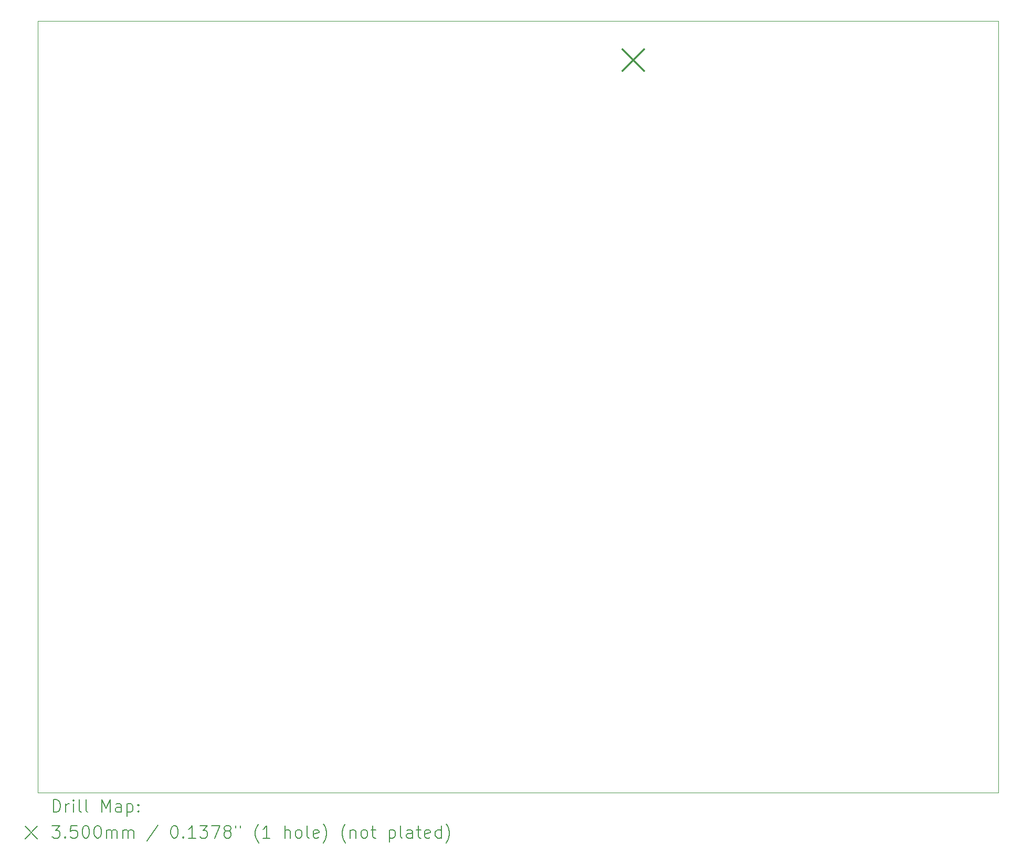
<source format=gbr>
%TF.GenerationSoftware,KiCad,Pcbnew,(6.0.7)*%
%TF.CreationDate,2022-10-13T06:51:37-04:00*%
%TF.ProjectId,Part 5 - Backplane,50617274-2035-4202-9d20-4261636b706c,2*%
%TF.SameCoordinates,Original*%
%TF.FileFunction,Drillmap*%
%TF.FilePolarity,Positive*%
%FSLAX45Y45*%
G04 Gerber Fmt 4.5, Leading zero omitted, Abs format (unit mm)*
G04 Created by KiCad (PCBNEW (6.0.7)) date 2022-10-13 06:51:37*
%MOMM*%
%LPD*%
G01*
G04 APERTURE LIST*
%ADD10C,0.100000*%
%ADD11C,0.200000*%
%ADD12C,0.350000*%
G04 APERTURE END LIST*
D10*
X19050000Y-3556000D02*
X19050000Y-16002000D01*
X3556000Y-16002000D02*
X19050000Y-16002000D01*
X3556000Y-16002000D02*
X3556000Y-3556000D01*
X19050000Y-3556000D02*
X3556000Y-3556000D01*
D11*
D12*
X12988500Y-4016000D02*
X13338500Y-4366000D01*
X13338500Y-4016000D02*
X12988500Y-4366000D01*
D11*
X3808619Y-16317476D02*
X3808619Y-16117476D01*
X3856238Y-16117476D01*
X3884809Y-16127000D01*
X3903857Y-16146048D01*
X3913381Y-16165095D01*
X3922905Y-16203190D01*
X3922905Y-16231762D01*
X3913381Y-16269857D01*
X3903857Y-16288905D01*
X3884809Y-16307952D01*
X3856238Y-16317476D01*
X3808619Y-16317476D01*
X4008619Y-16317476D02*
X4008619Y-16184143D01*
X4008619Y-16222238D02*
X4018143Y-16203190D01*
X4027667Y-16193667D01*
X4046714Y-16184143D01*
X4065762Y-16184143D01*
X4132428Y-16317476D02*
X4132428Y-16184143D01*
X4132428Y-16117476D02*
X4122905Y-16127000D01*
X4132428Y-16136524D01*
X4141952Y-16127000D01*
X4132428Y-16117476D01*
X4132428Y-16136524D01*
X4256238Y-16317476D02*
X4237190Y-16307952D01*
X4227667Y-16288905D01*
X4227667Y-16117476D01*
X4361000Y-16317476D02*
X4341952Y-16307952D01*
X4332429Y-16288905D01*
X4332429Y-16117476D01*
X4589571Y-16317476D02*
X4589571Y-16117476D01*
X4656238Y-16260333D01*
X4722905Y-16117476D01*
X4722905Y-16317476D01*
X4903857Y-16317476D02*
X4903857Y-16212714D01*
X4894333Y-16193667D01*
X4875286Y-16184143D01*
X4837190Y-16184143D01*
X4818143Y-16193667D01*
X4903857Y-16307952D02*
X4884810Y-16317476D01*
X4837190Y-16317476D01*
X4818143Y-16307952D01*
X4808619Y-16288905D01*
X4808619Y-16269857D01*
X4818143Y-16250809D01*
X4837190Y-16241286D01*
X4884810Y-16241286D01*
X4903857Y-16231762D01*
X4999095Y-16184143D02*
X4999095Y-16384143D01*
X4999095Y-16193667D02*
X5018143Y-16184143D01*
X5056238Y-16184143D01*
X5075286Y-16193667D01*
X5084810Y-16203190D01*
X5094333Y-16222238D01*
X5094333Y-16279381D01*
X5084810Y-16298428D01*
X5075286Y-16307952D01*
X5056238Y-16317476D01*
X5018143Y-16317476D01*
X4999095Y-16307952D01*
X5180048Y-16298428D02*
X5189571Y-16307952D01*
X5180048Y-16317476D01*
X5170524Y-16307952D01*
X5180048Y-16298428D01*
X5180048Y-16317476D01*
X5180048Y-16193667D02*
X5189571Y-16203190D01*
X5180048Y-16212714D01*
X5170524Y-16203190D01*
X5180048Y-16193667D01*
X5180048Y-16212714D01*
X3351000Y-16547000D02*
X3551000Y-16747000D01*
X3551000Y-16547000D02*
X3351000Y-16747000D01*
X3789571Y-16537476D02*
X3913381Y-16537476D01*
X3846714Y-16613667D01*
X3875286Y-16613667D01*
X3894333Y-16623190D01*
X3903857Y-16632714D01*
X3913381Y-16651762D01*
X3913381Y-16699381D01*
X3903857Y-16718428D01*
X3894333Y-16727952D01*
X3875286Y-16737476D01*
X3818143Y-16737476D01*
X3799095Y-16727952D01*
X3789571Y-16718428D01*
X3999095Y-16718428D02*
X4008619Y-16727952D01*
X3999095Y-16737476D01*
X3989571Y-16727952D01*
X3999095Y-16718428D01*
X3999095Y-16737476D01*
X4189571Y-16537476D02*
X4094333Y-16537476D01*
X4084809Y-16632714D01*
X4094333Y-16623190D01*
X4113381Y-16613667D01*
X4161000Y-16613667D01*
X4180048Y-16623190D01*
X4189571Y-16632714D01*
X4199095Y-16651762D01*
X4199095Y-16699381D01*
X4189571Y-16718428D01*
X4180048Y-16727952D01*
X4161000Y-16737476D01*
X4113381Y-16737476D01*
X4094333Y-16727952D01*
X4084809Y-16718428D01*
X4322905Y-16537476D02*
X4341952Y-16537476D01*
X4361000Y-16547000D01*
X4370524Y-16556524D01*
X4380048Y-16575571D01*
X4389571Y-16613667D01*
X4389571Y-16661286D01*
X4380048Y-16699381D01*
X4370524Y-16718428D01*
X4361000Y-16727952D01*
X4341952Y-16737476D01*
X4322905Y-16737476D01*
X4303857Y-16727952D01*
X4294333Y-16718428D01*
X4284810Y-16699381D01*
X4275286Y-16661286D01*
X4275286Y-16613667D01*
X4284810Y-16575571D01*
X4294333Y-16556524D01*
X4303857Y-16547000D01*
X4322905Y-16537476D01*
X4513381Y-16537476D02*
X4532429Y-16537476D01*
X4551476Y-16547000D01*
X4561000Y-16556524D01*
X4570524Y-16575571D01*
X4580048Y-16613667D01*
X4580048Y-16661286D01*
X4570524Y-16699381D01*
X4561000Y-16718428D01*
X4551476Y-16727952D01*
X4532429Y-16737476D01*
X4513381Y-16737476D01*
X4494333Y-16727952D01*
X4484810Y-16718428D01*
X4475286Y-16699381D01*
X4465762Y-16661286D01*
X4465762Y-16613667D01*
X4475286Y-16575571D01*
X4484810Y-16556524D01*
X4494333Y-16547000D01*
X4513381Y-16537476D01*
X4665762Y-16737476D02*
X4665762Y-16604143D01*
X4665762Y-16623190D02*
X4675286Y-16613667D01*
X4694333Y-16604143D01*
X4722905Y-16604143D01*
X4741952Y-16613667D01*
X4751476Y-16632714D01*
X4751476Y-16737476D01*
X4751476Y-16632714D02*
X4761000Y-16613667D01*
X4780048Y-16604143D01*
X4808619Y-16604143D01*
X4827667Y-16613667D01*
X4837190Y-16632714D01*
X4837190Y-16737476D01*
X4932429Y-16737476D02*
X4932429Y-16604143D01*
X4932429Y-16623190D02*
X4941952Y-16613667D01*
X4961000Y-16604143D01*
X4989571Y-16604143D01*
X5008619Y-16613667D01*
X5018143Y-16632714D01*
X5018143Y-16737476D01*
X5018143Y-16632714D02*
X5027667Y-16613667D01*
X5046714Y-16604143D01*
X5075286Y-16604143D01*
X5094333Y-16613667D01*
X5103857Y-16632714D01*
X5103857Y-16737476D01*
X5494333Y-16527952D02*
X5322905Y-16785095D01*
X5751476Y-16537476D02*
X5770524Y-16537476D01*
X5789571Y-16547000D01*
X5799095Y-16556524D01*
X5808619Y-16575571D01*
X5818143Y-16613667D01*
X5818143Y-16661286D01*
X5808619Y-16699381D01*
X5799095Y-16718428D01*
X5789571Y-16727952D01*
X5770524Y-16737476D01*
X5751476Y-16737476D01*
X5732428Y-16727952D01*
X5722905Y-16718428D01*
X5713381Y-16699381D01*
X5703857Y-16661286D01*
X5703857Y-16613667D01*
X5713381Y-16575571D01*
X5722905Y-16556524D01*
X5732428Y-16547000D01*
X5751476Y-16537476D01*
X5903857Y-16718428D02*
X5913381Y-16727952D01*
X5903857Y-16737476D01*
X5894333Y-16727952D01*
X5903857Y-16718428D01*
X5903857Y-16737476D01*
X6103857Y-16737476D02*
X5989571Y-16737476D01*
X6046714Y-16737476D02*
X6046714Y-16537476D01*
X6027667Y-16566048D01*
X6008619Y-16585095D01*
X5989571Y-16594619D01*
X6170524Y-16537476D02*
X6294333Y-16537476D01*
X6227667Y-16613667D01*
X6256238Y-16613667D01*
X6275286Y-16623190D01*
X6284809Y-16632714D01*
X6294333Y-16651762D01*
X6294333Y-16699381D01*
X6284809Y-16718428D01*
X6275286Y-16727952D01*
X6256238Y-16737476D01*
X6199095Y-16737476D01*
X6180048Y-16727952D01*
X6170524Y-16718428D01*
X6361000Y-16537476D02*
X6494333Y-16537476D01*
X6408619Y-16737476D01*
X6599095Y-16623190D02*
X6580048Y-16613667D01*
X6570524Y-16604143D01*
X6561000Y-16585095D01*
X6561000Y-16575571D01*
X6570524Y-16556524D01*
X6580048Y-16547000D01*
X6599095Y-16537476D01*
X6637190Y-16537476D01*
X6656238Y-16547000D01*
X6665762Y-16556524D01*
X6675286Y-16575571D01*
X6675286Y-16585095D01*
X6665762Y-16604143D01*
X6656238Y-16613667D01*
X6637190Y-16623190D01*
X6599095Y-16623190D01*
X6580048Y-16632714D01*
X6570524Y-16642238D01*
X6561000Y-16661286D01*
X6561000Y-16699381D01*
X6570524Y-16718428D01*
X6580048Y-16727952D01*
X6599095Y-16737476D01*
X6637190Y-16737476D01*
X6656238Y-16727952D01*
X6665762Y-16718428D01*
X6675286Y-16699381D01*
X6675286Y-16661286D01*
X6665762Y-16642238D01*
X6656238Y-16632714D01*
X6637190Y-16623190D01*
X6751476Y-16537476D02*
X6751476Y-16575571D01*
X6827667Y-16537476D02*
X6827667Y-16575571D01*
X7122905Y-16813667D02*
X7113381Y-16804143D01*
X7094333Y-16775571D01*
X7084809Y-16756524D01*
X7075286Y-16727952D01*
X7065762Y-16680333D01*
X7065762Y-16642238D01*
X7075286Y-16594619D01*
X7084809Y-16566048D01*
X7094333Y-16547000D01*
X7113381Y-16518428D01*
X7122905Y-16508905D01*
X7303857Y-16737476D02*
X7189571Y-16737476D01*
X7246714Y-16737476D02*
X7246714Y-16537476D01*
X7227667Y-16566048D01*
X7208619Y-16585095D01*
X7189571Y-16594619D01*
X7541952Y-16737476D02*
X7541952Y-16537476D01*
X7627667Y-16737476D02*
X7627667Y-16632714D01*
X7618143Y-16613667D01*
X7599095Y-16604143D01*
X7570524Y-16604143D01*
X7551476Y-16613667D01*
X7541952Y-16623190D01*
X7751476Y-16737476D02*
X7732428Y-16727952D01*
X7722905Y-16718428D01*
X7713381Y-16699381D01*
X7713381Y-16642238D01*
X7722905Y-16623190D01*
X7732428Y-16613667D01*
X7751476Y-16604143D01*
X7780048Y-16604143D01*
X7799095Y-16613667D01*
X7808619Y-16623190D01*
X7818143Y-16642238D01*
X7818143Y-16699381D01*
X7808619Y-16718428D01*
X7799095Y-16727952D01*
X7780048Y-16737476D01*
X7751476Y-16737476D01*
X7932428Y-16737476D02*
X7913381Y-16727952D01*
X7903857Y-16708905D01*
X7903857Y-16537476D01*
X8084809Y-16727952D02*
X8065762Y-16737476D01*
X8027667Y-16737476D01*
X8008619Y-16727952D01*
X7999095Y-16708905D01*
X7999095Y-16632714D01*
X8008619Y-16613667D01*
X8027667Y-16604143D01*
X8065762Y-16604143D01*
X8084809Y-16613667D01*
X8094333Y-16632714D01*
X8094333Y-16651762D01*
X7999095Y-16670809D01*
X8161000Y-16813667D02*
X8170524Y-16804143D01*
X8189571Y-16775571D01*
X8199095Y-16756524D01*
X8208619Y-16727952D01*
X8218143Y-16680333D01*
X8218143Y-16642238D01*
X8208619Y-16594619D01*
X8199095Y-16566048D01*
X8189571Y-16547000D01*
X8170524Y-16518428D01*
X8161000Y-16508905D01*
X8522905Y-16813667D02*
X8513381Y-16804143D01*
X8494333Y-16775571D01*
X8484810Y-16756524D01*
X8475286Y-16727952D01*
X8465762Y-16680333D01*
X8465762Y-16642238D01*
X8475286Y-16594619D01*
X8484810Y-16566048D01*
X8494333Y-16547000D01*
X8513381Y-16518428D01*
X8522905Y-16508905D01*
X8599095Y-16604143D02*
X8599095Y-16737476D01*
X8599095Y-16623190D02*
X8608619Y-16613667D01*
X8627667Y-16604143D01*
X8656238Y-16604143D01*
X8675286Y-16613667D01*
X8684810Y-16632714D01*
X8684810Y-16737476D01*
X8808619Y-16737476D02*
X8789571Y-16727952D01*
X8780048Y-16718428D01*
X8770524Y-16699381D01*
X8770524Y-16642238D01*
X8780048Y-16623190D01*
X8789571Y-16613667D01*
X8808619Y-16604143D01*
X8837190Y-16604143D01*
X8856238Y-16613667D01*
X8865762Y-16623190D01*
X8875286Y-16642238D01*
X8875286Y-16699381D01*
X8865762Y-16718428D01*
X8856238Y-16727952D01*
X8837190Y-16737476D01*
X8808619Y-16737476D01*
X8932429Y-16604143D02*
X9008619Y-16604143D01*
X8961000Y-16537476D02*
X8961000Y-16708905D01*
X8970524Y-16727952D01*
X8989571Y-16737476D01*
X9008619Y-16737476D01*
X9227667Y-16604143D02*
X9227667Y-16804143D01*
X9227667Y-16613667D02*
X9246714Y-16604143D01*
X9284810Y-16604143D01*
X9303857Y-16613667D01*
X9313381Y-16623190D01*
X9322905Y-16642238D01*
X9322905Y-16699381D01*
X9313381Y-16718428D01*
X9303857Y-16727952D01*
X9284810Y-16737476D01*
X9246714Y-16737476D01*
X9227667Y-16727952D01*
X9437190Y-16737476D02*
X9418143Y-16727952D01*
X9408619Y-16708905D01*
X9408619Y-16537476D01*
X9599095Y-16737476D02*
X9599095Y-16632714D01*
X9589571Y-16613667D01*
X9570524Y-16604143D01*
X9532429Y-16604143D01*
X9513381Y-16613667D01*
X9599095Y-16727952D02*
X9580048Y-16737476D01*
X9532429Y-16737476D01*
X9513381Y-16727952D01*
X9503857Y-16708905D01*
X9503857Y-16689857D01*
X9513381Y-16670809D01*
X9532429Y-16661286D01*
X9580048Y-16661286D01*
X9599095Y-16651762D01*
X9665762Y-16604143D02*
X9741952Y-16604143D01*
X9694333Y-16537476D02*
X9694333Y-16708905D01*
X9703857Y-16727952D01*
X9722905Y-16737476D01*
X9741952Y-16737476D01*
X9884810Y-16727952D02*
X9865762Y-16737476D01*
X9827667Y-16737476D01*
X9808619Y-16727952D01*
X9799095Y-16708905D01*
X9799095Y-16632714D01*
X9808619Y-16613667D01*
X9827667Y-16604143D01*
X9865762Y-16604143D01*
X9884810Y-16613667D01*
X9894333Y-16632714D01*
X9894333Y-16651762D01*
X9799095Y-16670809D01*
X10065762Y-16737476D02*
X10065762Y-16537476D01*
X10065762Y-16727952D02*
X10046714Y-16737476D01*
X10008619Y-16737476D01*
X9989571Y-16727952D01*
X9980048Y-16718428D01*
X9970524Y-16699381D01*
X9970524Y-16642238D01*
X9980048Y-16623190D01*
X9989571Y-16613667D01*
X10008619Y-16604143D01*
X10046714Y-16604143D01*
X10065762Y-16613667D01*
X10141952Y-16813667D02*
X10151476Y-16804143D01*
X10170524Y-16775571D01*
X10180048Y-16756524D01*
X10189571Y-16727952D01*
X10199095Y-16680333D01*
X10199095Y-16642238D01*
X10189571Y-16594619D01*
X10180048Y-16566048D01*
X10170524Y-16547000D01*
X10151476Y-16518428D01*
X10141952Y-16508905D01*
M02*

</source>
